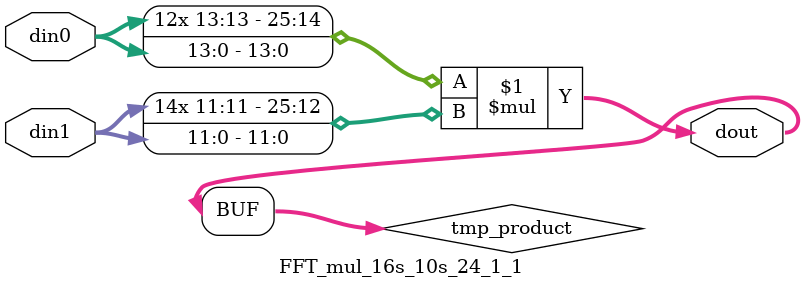
<source format=v>

`timescale 1 ns / 1 ps

  module FFT_mul_16s_10s_24_1_1(din0, din1, dout);
parameter ID = 1;
parameter NUM_STAGE = 0;
parameter din0_WIDTH = 14;
parameter din1_WIDTH = 12;
parameter dout_WIDTH = 26;

input [din0_WIDTH - 1 : 0] din0; 
input [din1_WIDTH - 1 : 0] din1; 
output [dout_WIDTH - 1 : 0] dout;

wire signed [dout_WIDTH - 1 : 0] tmp_product;













assign tmp_product = $signed(din0) * $signed(din1);








assign dout = tmp_product;







endmodule

</source>
